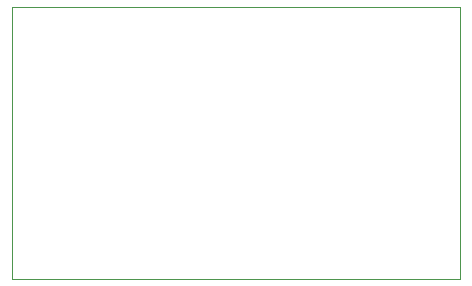
<source format=gm1>
G04*
G04 #@! TF.GenerationSoftware,Altium Limited,Altium Designer,19.1.6 (110)*
G04*
G04 Layer_Color=16711935*
%FSLAX43Y43*%
%MOMM*%
G71*
G01*
G75*
%ADD55C,0.050*%
D55*
X50000Y56439D02*
Y79439D01*
X88000D01*
Y56439D02*
Y79439D01*
X50000Y56439D02*
X88000D01*
M02*

</source>
